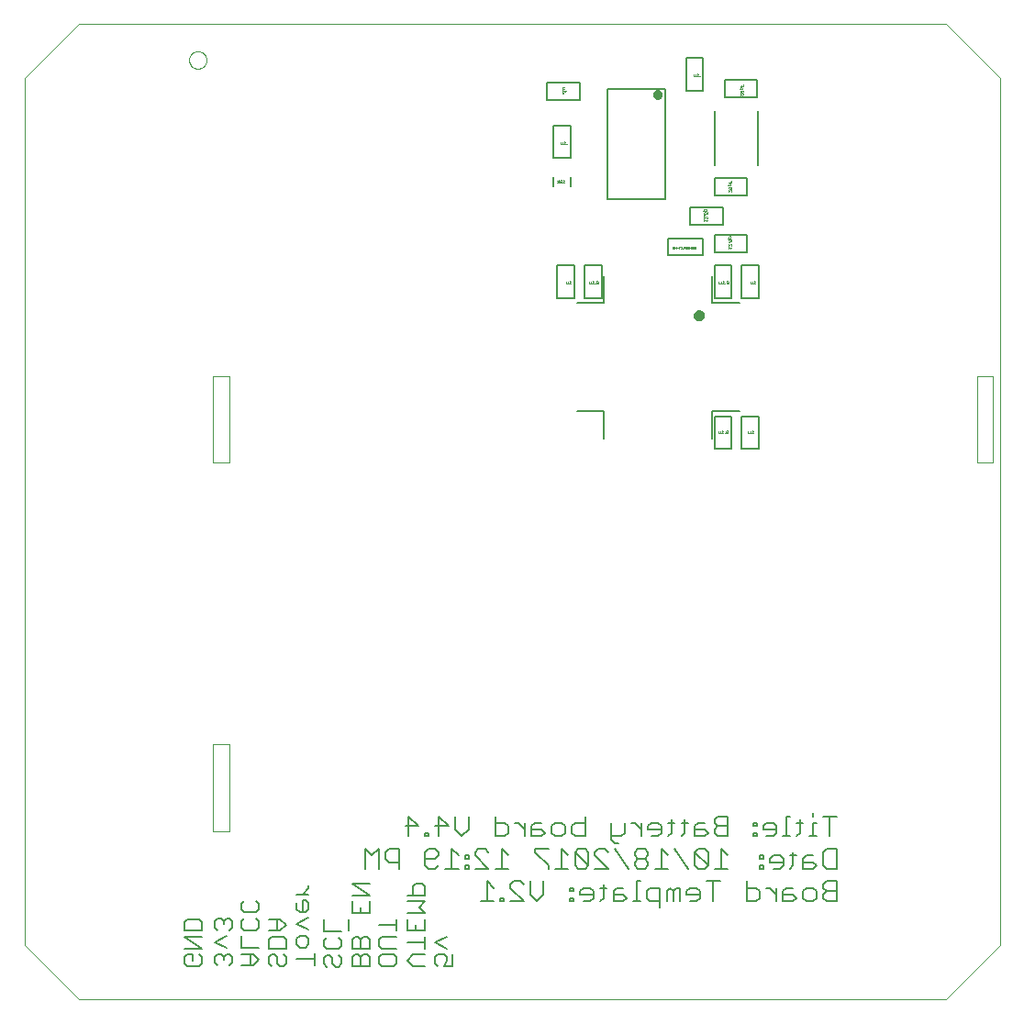
<source format=gbo>
G75*
%MOIN*%
%OFA0B0*%
%FSLAX25Y25*%
%IPPOS*%
%LPD*%
%AMOC8*
5,1,8,0,0,1.08239X$1,22.5*
%
%ADD10C,0.00000*%
%ADD11C,0.00600*%
%ADD12C,0.00500*%
%ADD13C,0.02000*%
%ADD14C,0.01969*%
%ADD15C,0.00100*%
%ADD16C,0.00394*%
D10*
X0039902Y0020348D02*
X0020217Y0040033D01*
X0020217Y0354994D01*
X0039902Y0374679D01*
X0354862Y0374679D01*
X0374547Y0354994D01*
X0374547Y0040033D01*
X0354862Y0020348D01*
X0039902Y0020348D01*
X0080059Y0361687D02*
X0080061Y0361799D01*
X0080067Y0361910D01*
X0080077Y0362022D01*
X0080091Y0362133D01*
X0080108Y0362243D01*
X0080130Y0362353D01*
X0080156Y0362462D01*
X0080185Y0362570D01*
X0080218Y0362676D01*
X0080255Y0362782D01*
X0080296Y0362886D01*
X0080341Y0362989D01*
X0080389Y0363090D01*
X0080440Y0363189D01*
X0080495Y0363286D01*
X0080554Y0363381D01*
X0080615Y0363475D01*
X0080680Y0363566D01*
X0080749Y0363654D01*
X0080820Y0363740D01*
X0080894Y0363824D01*
X0080972Y0363904D01*
X0081052Y0363982D01*
X0081135Y0364058D01*
X0081220Y0364130D01*
X0081308Y0364199D01*
X0081398Y0364265D01*
X0081491Y0364327D01*
X0081586Y0364387D01*
X0081683Y0364443D01*
X0081781Y0364495D01*
X0081882Y0364544D01*
X0081984Y0364589D01*
X0082088Y0364631D01*
X0082193Y0364669D01*
X0082300Y0364703D01*
X0082407Y0364733D01*
X0082516Y0364760D01*
X0082625Y0364782D01*
X0082736Y0364801D01*
X0082846Y0364816D01*
X0082958Y0364827D01*
X0083069Y0364834D01*
X0083181Y0364837D01*
X0083293Y0364836D01*
X0083405Y0364831D01*
X0083516Y0364822D01*
X0083627Y0364809D01*
X0083738Y0364792D01*
X0083848Y0364772D01*
X0083957Y0364747D01*
X0084065Y0364719D01*
X0084172Y0364686D01*
X0084278Y0364650D01*
X0084382Y0364610D01*
X0084485Y0364567D01*
X0084587Y0364520D01*
X0084686Y0364469D01*
X0084784Y0364415D01*
X0084880Y0364357D01*
X0084974Y0364296D01*
X0085065Y0364232D01*
X0085154Y0364165D01*
X0085241Y0364094D01*
X0085325Y0364020D01*
X0085407Y0363944D01*
X0085485Y0363864D01*
X0085561Y0363782D01*
X0085634Y0363697D01*
X0085704Y0363610D01*
X0085770Y0363520D01*
X0085834Y0363428D01*
X0085894Y0363334D01*
X0085951Y0363238D01*
X0086004Y0363139D01*
X0086054Y0363039D01*
X0086100Y0362938D01*
X0086143Y0362834D01*
X0086182Y0362729D01*
X0086217Y0362623D01*
X0086248Y0362516D01*
X0086276Y0362407D01*
X0086299Y0362298D01*
X0086319Y0362188D01*
X0086335Y0362077D01*
X0086347Y0361966D01*
X0086355Y0361855D01*
X0086359Y0361743D01*
X0086359Y0361631D01*
X0086355Y0361519D01*
X0086347Y0361408D01*
X0086335Y0361297D01*
X0086319Y0361186D01*
X0086299Y0361076D01*
X0086276Y0360967D01*
X0086248Y0360858D01*
X0086217Y0360751D01*
X0086182Y0360645D01*
X0086143Y0360540D01*
X0086100Y0360436D01*
X0086054Y0360335D01*
X0086004Y0360235D01*
X0085951Y0360136D01*
X0085894Y0360040D01*
X0085834Y0359946D01*
X0085770Y0359854D01*
X0085704Y0359764D01*
X0085634Y0359677D01*
X0085561Y0359592D01*
X0085485Y0359510D01*
X0085407Y0359430D01*
X0085325Y0359354D01*
X0085241Y0359280D01*
X0085154Y0359209D01*
X0085065Y0359142D01*
X0084974Y0359078D01*
X0084880Y0359017D01*
X0084784Y0358959D01*
X0084686Y0358905D01*
X0084587Y0358854D01*
X0084485Y0358807D01*
X0084382Y0358764D01*
X0084278Y0358724D01*
X0084172Y0358688D01*
X0084065Y0358655D01*
X0083957Y0358627D01*
X0083848Y0358602D01*
X0083738Y0358582D01*
X0083627Y0358565D01*
X0083516Y0358552D01*
X0083405Y0358543D01*
X0083293Y0358538D01*
X0083181Y0358537D01*
X0083069Y0358540D01*
X0082958Y0358547D01*
X0082846Y0358558D01*
X0082736Y0358573D01*
X0082625Y0358592D01*
X0082516Y0358614D01*
X0082407Y0358641D01*
X0082300Y0358671D01*
X0082193Y0358705D01*
X0082088Y0358743D01*
X0081984Y0358785D01*
X0081882Y0358830D01*
X0081781Y0358879D01*
X0081683Y0358931D01*
X0081586Y0358987D01*
X0081491Y0359047D01*
X0081398Y0359109D01*
X0081308Y0359175D01*
X0081220Y0359244D01*
X0081135Y0359316D01*
X0081052Y0359392D01*
X0080972Y0359470D01*
X0080894Y0359550D01*
X0080820Y0359634D01*
X0080749Y0359720D01*
X0080680Y0359808D01*
X0080615Y0359899D01*
X0080554Y0359993D01*
X0080495Y0360088D01*
X0080440Y0360185D01*
X0080389Y0360284D01*
X0080341Y0360385D01*
X0080296Y0360488D01*
X0080255Y0360592D01*
X0080218Y0360698D01*
X0080185Y0360804D01*
X0080156Y0360912D01*
X0080130Y0361021D01*
X0080108Y0361131D01*
X0080091Y0361241D01*
X0080077Y0361352D01*
X0080067Y0361464D01*
X0080061Y0361575D01*
X0080059Y0361687D01*
D11*
X0159803Y0086984D02*
X0163443Y0083343D01*
X0158589Y0083343D01*
X0159803Y0079703D02*
X0159803Y0086984D01*
X0165855Y0080917D02*
X0165855Y0079703D01*
X0167068Y0079703D01*
X0167068Y0080917D01*
X0165855Y0080917D01*
X0169465Y0083343D02*
X0174318Y0083343D01*
X0170678Y0086984D01*
X0170678Y0079703D01*
X0169480Y0075173D02*
X0167053Y0075173D01*
X0165840Y0073959D01*
X0165840Y0069106D01*
X0167053Y0067892D01*
X0169480Y0067892D01*
X0170693Y0069106D01*
X0173090Y0067892D02*
X0177943Y0067892D01*
X0180355Y0067892D02*
X0181568Y0067892D01*
X0181568Y0069106D01*
X0180355Y0069106D01*
X0180355Y0067892D01*
X0183965Y0067892D02*
X0188819Y0067892D01*
X0183965Y0072746D01*
X0183965Y0073959D01*
X0185179Y0075173D01*
X0187605Y0075173D01*
X0188819Y0073959D01*
X0193642Y0075173D02*
X0193642Y0067892D01*
X0191216Y0067892D02*
X0196069Y0067892D01*
X0196069Y0072746D02*
X0193642Y0075173D01*
X0194856Y0079703D02*
X0191216Y0079703D01*
X0191216Y0086984D01*
X0191216Y0084557D02*
X0194856Y0084557D01*
X0196069Y0083343D01*
X0196069Y0080917D01*
X0194856Y0079703D01*
X0198471Y0084557D02*
X0199684Y0084557D01*
X0202111Y0082130D01*
X0204508Y0082130D02*
X0208148Y0082130D01*
X0209361Y0080917D01*
X0208148Y0079703D01*
X0204508Y0079703D01*
X0204508Y0083343D01*
X0205721Y0084557D01*
X0208148Y0084557D01*
X0211758Y0083343D02*
X0212971Y0084557D01*
X0215398Y0084557D01*
X0216612Y0083343D01*
X0216612Y0080917D01*
X0215398Y0079703D01*
X0212971Y0079703D01*
X0211758Y0080917D01*
X0211758Y0083343D01*
X0219008Y0083343D02*
X0220222Y0084557D01*
X0223862Y0084557D01*
X0223862Y0086984D02*
X0223862Y0079703D01*
X0220222Y0079703D01*
X0219008Y0080917D01*
X0219008Y0083343D01*
X0221430Y0075173D02*
X0220217Y0073959D01*
X0225070Y0069106D01*
X0223857Y0067892D01*
X0221430Y0067892D01*
X0220217Y0069106D01*
X0220217Y0073959D01*
X0221430Y0075173D02*
X0223857Y0075173D01*
X0225070Y0073959D01*
X0225070Y0069106D01*
X0227467Y0067892D02*
X0232320Y0067892D01*
X0227467Y0072746D01*
X0227467Y0073959D01*
X0228680Y0075173D01*
X0231107Y0075173D01*
X0232320Y0073959D01*
X0234717Y0075173D02*
X0239571Y0067892D01*
X0241968Y0069106D02*
X0241968Y0070319D01*
X0243181Y0071532D01*
X0245608Y0071532D01*
X0246821Y0072746D01*
X0246821Y0073959D01*
X0245608Y0075173D01*
X0243181Y0075173D01*
X0241968Y0073959D01*
X0241968Y0072746D01*
X0243181Y0071532D01*
X0245608Y0071532D02*
X0246821Y0070319D01*
X0246821Y0069106D01*
X0245608Y0067892D01*
X0243181Y0067892D01*
X0241968Y0069106D01*
X0242684Y0063362D02*
X0242684Y0056081D01*
X0241471Y0056081D02*
X0243898Y0056081D01*
X0246295Y0057295D02*
X0246295Y0059721D01*
X0247508Y0060935D01*
X0251148Y0060935D01*
X0251148Y0053655D01*
X0251148Y0056081D02*
X0247508Y0056081D01*
X0246295Y0057295D01*
X0243898Y0063362D02*
X0242684Y0063362D01*
X0237851Y0060935D02*
X0235424Y0060935D01*
X0234211Y0059721D01*
X0234211Y0056081D01*
X0237851Y0056081D01*
X0239064Y0057295D01*
X0237851Y0058508D01*
X0234211Y0058508D01*
X0231814Y0060935D02*
X0229387Y0060935D01*
X0230601Y0062148D02*
X0230601Y0057295D01*
X0229387Y0056081D01*
X0226980Y0057295D02*
X0226980Y0059721D01*
X0225767Y0060935D01*
X0223340Y0060935D01*
X0222127Y0059721D01*
X0222127Y0058508D01*
X0226980Y0058508D01*
X0226980Y0057295D02*
X0225767Y0056081D01*
X0223340Y0056081D01*
X0219730Y0056081D02*
X0219730Y0057295D01*
X0218517Y0057295D01*
X0218517Y0056081D01*
X0219730Y0056081D01*
X0219730Y0059721D02*
X0219730Y0060935D01*
X0218517Y0060935D01*
X0218517Y0059721D01*
X0219730Y0059721D01*
X0217820Y0067892D02*
X0212966Y0067892D01*
X0210570Y0067892D02*
X0210570Y0069106D01*
X0205716Y0073959D01*
X0205716Y0075173D01*
X0210570Y0075173D01*
X0215393Y0075173D02*
X0215393Y0067892D01*
X0217820Y0072746D02*
X0215393Y0075173D01*
X0208855Y0063362D02*
X0208855Y0058508D01*
X0206428Y0056081D01*
X0204001Y0058508D01*
X0204001Y0063362D01*
X0201604Y0062148D02*
X0200391Y0063362D01*
X0197964Y0063362D01*
X0196751Y0062148D01*
X0196751Y0060935D01*
X0201604Y0056081D01*
X0196751Y0056081D01*
X0194354Y0056081D02*
X0193141Y0056081D01*
X0193141Y0057295D01*
X0194354Y0057295D01*
X0194354Y0056081D01*
X0190729Y0056081D02*
X0185876Y0056081D01*
X0188302Y0056081D02*
X0188302Y0063362D01*
X0190729Y0060935D01*
X0181568Y0071532D02*
X0180355Y0071532D01*
X0180355Y0072746D01*
X0181568Y0072746D01*
X0181568Y0071532D01*
X0177943Y0072746D02*
X0175517Y0075173D01*
X0175517Y0067892D01*
X0170693Y0072746D02*
X0169480Y0071532D01*
X0165840Y0071532D01*
X0170693Y0072746D02*
X0170693Y0073959D01*
X0169480Y0075173D01*
X0176715Y0082130D02*
X0176715Y0086984D01*
X0176715Y0082130D02*
X0179142Y0079703D01*
X0181568Y0082130D01*
X0181568Y0086984D01*
X0202111Y0084557D02*
X0202111Y0079703D01*
X0233509Y0079703D02*
X0237149Y0079703D01*
X0238362Y0080917D01*
X0238362Y0084557D01*
X0240764Y0084557D02*
X0241978Y0084557D01*
X0244404Y0082130D01*
X0246801Y0082130D02*
X0251655Y0082130D01*
X0251655Y0080917D02*
X0251655Y0083343D01*
X0250441Y0084557D01*
X0248014Y0084557D01*
X0246801Y0083343D01*
X0246801Y0082130D01*
X0248014Y0079703D02*
X0250441Y0079703D01*
X0251655Y0080917D01*
X0254061Y0079703D02*
X0255275Y0080917D01*
X0255275Y0085770D01*
X0256488Y0084557D02*
X0254061Y0084557D01*
X0258895Y0084557D02*
X0261322Y0084557D01*
X0260108Y0085770D02*
X0260108Y0080917D01*
X0258895Y0079703D01*
X0256468Y0075173D02*
X0261322Y0067892D01*
X0263718Y0069106D02*
X0264932Y0067892D01*
X0267359Y0067892D01*
X0268572Y0069106D01*
X0263718Y0073959D01*
X0263718Y0069106D01*
X0268572Y0069106D02*
X0268572Y0073959D01*
X0267359Y0075173D01*
X0264932Y0075173D01*
X0263718Y0073959D01*
X0263718Y0079703D02*
X0267359Y0079703D01*
X0268572Y0080917D01*
X0267359Y0082130D01*
X0263718Y0082130D01*
X0263718Y0083343D02*
X0263718Y0079703D01*
X0263718Y0083343D02*
X0264932Y0084557D01*
X0267359Y0084557D01*
X0270969Y0084557D02*
X0270969Y0085770D01*
X0272182Y0086984D01*
X0275822Y0086984D01*
X0275822Y0079703D01*
X0272182Y0079703D01*
X0270969Y0080917D01*
X0270969Y0082130D01*
X0272182Y0083343D01*
X0275822Y0083343D01*
X0272182Y0083343D02*
X0270969Y0084557D01*
X0273395Y0075173D02*
X0273395Y0067892D01*
X0270969Y0067892D02*
X0275822Y0067892D01*
X0275822Y0072746D02*
X0273395Y0075173D01*
X0272899Y0063362D02*
X0268045Y0063362D01*
X0270472Y0063362D02*
X0270472Y0056081D01*
X0265649Y0057295D02*
X0265649Y0059721D01*
X0264435Y0060935D01*
X0262009Y0060935D01*
X0260795Y0059721D01*
X0260795Y0058508D01*
X0265649Y0058508D01*
X0265649Y0057295D02*
X0264435Y0056081D01*
X0262009Y0056081D01*
X0258398Y0056081D02*
X0258398Y0060935D01*
X0257185Y0060935D01*
X0255972Y0059721D01*
X0254758Y0060935D01*
X0253545Y0059721D01*
X0253545Y0056081D01*
X0255972Y0056081D02*
X0255972Y0059721D01*
X0254071Y0067892D02*
X0249218Y0067892D01*
X0251645Y0067892D02*
X0251645Y0075173D01*
X0254071Y0072746D01*
X0244404Y0079703D02*
X0244404Y0084557D01*
X0233509Y0084557D02*
X0233509Y0078490D01*
X0234722Y0077277D01*
X0235936Y0077277D01*
X0282546Y0063362D02*
X0282546Y0056081D01*
X0286186Y0056081D01*
X0287399Y0057295D01*
X0287399Y0059721D01*
X0286186Y0060935D01*
X0282546Y0060935D01*
X0289801Y0060935D02*
X0291015Y0060935D01*
X0293441Y0058508D01*
X0295838Y0058508D02*
X0299478Y0058508D01*
X0300692Y0057295D01*
X0299478Y0056081D01*
X0295838Y0056081D01*
X0295838Y0059721D01*
X0297052Y0060935D01*
X0299478Y0060935D01*
X0303088Y0059721D02*
X0303088Y0057295D01*
X0304302Y0056081D01*
X0306729Y0056081D01*
X0307942Y0057295D01*
X0307942Y0059721D01*
X0306729Y0060935D01*
X0304302Y0060935D01*
X0303088Y0059721D01*
X0310339Y0058508D02*
X0310339Y0057295D01*
X0311552Y0056081D01*
X0315192Y0056081D01*
X0315192Y0063362D01*
X0311552Y0063362D01*
X0310339Y0062148D01*
X0310339Y0060935D01*
X0311552Y0059721D01*
X0315192Y0059721D01*
X0311552Y0059721D02*
X0310339Y0058508D01*
X0311552Y0067892D02*
X0310339Y0069106D01*
X0310339Y0073959D01*
X0311552Y0075173D01*
X0315192Y0075173D01*
X0315192Y0067892D01*
X0311552Y0067892D01*
X0307942Y0069106D02*
X0306729Y0070319D01*
X0303088Y0070319D01*
X0303088Y0071532D02*
X0303088Y0067892D01*
X0306729Y0067892D01*
X0307942Y0069106D01*
X0306729Y0072746D02*
X0304302Y0072746D01*
X0303088Y0071532D01*
X0300692Y0072746D02*
X0298265Y0072746D01*
X0299478Y0073959D02*
X0299478Y0069106D01*
X0298265Y0067892D01*
X0295858Y0069106D02*
X0295858Y0071532D01*
X0294645Y0072746D01*
X0292218Y0072746D01*
X0291005Y0071532D01*
X0291005Y0070319D01*
X0295858Y0070319D01*
X0295858Y0069106D02*
X0294645Y0067892D01*
X0292218Y0067892D01*
X0288608Y0067892D02*
X0288608Y0069106D01*
X0287395Y0069106D01*
X0287395Y0067892D01*
X0288608Y0067892D01*
X0288608Y0071532D02*
X0288608Y0072746D01*
X0287395Y0072746D01*
X0287395Y0071532D01*
X0288608Y0071532D01*
X0289801Y0079703D02*
X0292228Y0079703D01*
X0293441Y0080917D01*
X0293441Y0083343D01*
X0292228Y0084557D01*
X0289801Y0084557D01*
X0288588Y0083343D01*
X0288588Y0082130D01*
X0293441Y0082130D01*
X0295848Y0079703D02*
X0298275Y0079703D01*
X0297062Y0079703D02*
X0297062Y0086984D01*
X0298275Y0086984D01*
X0300682Y0084557D02*
X0303108Y0084557D01*
X0301895Y0085770D02*
X0301895Y0080917D01*
X0300682Y0079703D01*
X0305515Y0079703D02*
X0307942Y0079703D01*
X0306729Y0079703D02*
X0306729Y0084557D01*
X0307942Y0084557D01*
X0306729Y0086984D02*
X0306729Y0088197D01*
X0310339Y0086984D02*
X0315192Y0086984D01*
X0312766Y0086984D02*
X0312766Y0079703D01*
X0293441Y0060935D02*
X0293441Y0056081D01*
X0286191Y0079703D02*
X0284978Y0079703D01*
X0284978Y0080917D01*
X0286191Y0080917D01*
X0286191Y0079703D01*
X0286191Y0083343D02*
X0284978Y0083343D01*
X0284978Y0084557D01*
X0286191Y0084557D01*
X0286191Y0083343D01*
X0173606Y0043175D02*
X0169336Y0041040D01*
X0173606Y0038905D01*
X0172538Y0036730D02*
X0170403Y0036730D01*
X0169336Y0035662D01*
X0169336Y0033527D01*
X0170403Y0032459D01*
X0172538Y0032459D02*
X0173606Y0034594D01*
X0173606Y0035662D01*
X0172538Y0036730D01*
X0175741Y0036730D02*
X0175741Y0032459D01*
X0172538Y0032459D01*
X0165702Y0032459D02*
X0161431Y0032459D01*
X0159296Y0034594D01*
X0161431Y0036730D01*
X0165702Y0036730D01*
X0165702Y0038905D02*
X0165702Y0043175D01*
X0165702Y0041040D02*
X0159296Y0041040D01*
X0159296Y0045350D02*
X0159296Y0049621D01*
X0159296Y0051796D02*
X0165702Y0051796D01*
X0163566Y0053931D01*
X0165702Y0056066D01*
X0159296Y0056066D01*
X0159296Y0058241D02*
X0165702Y0058241D01*
X0165702Y0061444D01*
X0164634Y0062512D01*
X0162499Y0062512D01*
X0161431Y0061444D01*
X0161431Y0058241D01*
X0156192Y0067892D02*
X0156192Y0075173D01*
X0152552Y0075173D01*
X0151339Y0073959D01*
X0151339Y0071532D01*
X0152552Y0070319D01*
X0156192Y0070319D01*
X0148942Y0067892D02*
X0148942Y0075173D01*
X0146515Y0072746D01*
X0144089Y0075173D01*
X0144089Y0067892D01*
X0145623Y0062512D02*
X0139217Y0062512D01*
X0145623Y0058241D01*
X0139217Y0058241D01*
X0139217Y0056066D02*
X0139217Y0051796D01*
X0145623Y0051796D01*
X0145623Y0056066D01*
X0142420Y0053931D02*
X0142420Y0051796D01*
X0138150Y0049621D02*
X0138150Y0045350D01*
X0135387Y0045153D02*
X0128981Y0045153D01*
X0128981Y0049424D01*
X0130049Y0042978D02*
X0128981Y0041911D01*
X0128981Y0039775D01*
X0130049Y0038708D01*
X0134319Y0038708D01*
X0135387Y0039775D01*
X0135387Y0041911D01*
X0134319Y0042978D01*
X0139217Y0042107D02*
X0139217Y0038905D01*
X0145623Y0038905D01*
X0145623Y0042107D01*
X0144555Y0043175D01*
X0143488Y0043175D01*
X0142420Y0042107D01*
X0142420Y0038905D01*
X0141353Y0036730D02*
X0140285Y0036730D01*
X0139217Y0035662D01*
X0139217Y0032459D01*
X0145623Y0032459D01*
X0145623Y0035662D01*
X0144555Y0036730D01*
X0143488Y0036730D01*
X0142420Y0035662D01*
X0142420Y0032459D01*
X0142420Y0035662D02*
X0141353Y0036730D01*
X0142420Y0042107D02*
X0141353Y0043175D01*
X0140285Y0043175D01*
X0139217Y0042107D01*
X0134319Y0036533D02*
X0135387Y0035465D01*
X0135387Y0033330D01*
X0134319Y0032262D01*
X0133252Y0032262D01*
X0132184Y0033330D01*
X0132184Y0035465D01*
X0131116Y0036533D01*
X0130049Y0036533D01*
X0128981Y0035465D01*
X0128981Y0033330D01*
X0130049Y0032262D01*
X0125544Y0032853D02*
X0125544Y0037123D01*
X0125544Y0034988D02*
X0119139Y0034988D01*
X0115308Y0035662D02*
X0115308Y0033527D01*
X0114240Y0032459D01*
X0113173Y0032459D01*
X0112105Y0033527D01*
X0112105Y0035662D01*
X0111038Y0036730D01*
X0109970Y0036730D01*
X0108902Y0035662D01*
X0108902Y0033527D01*
X0109970Y0032459D01*
X0105465Y0034791D02*
X0103330Y0036926D01*
X0099060Y0036926D01*
X0099060Y0039102D02*
X0099060Y0043372D01*
X0100128Y0045547D02*
X0099060Y0046615D01*
X0099060Y0048750D01*
X0100128Y0049817D01*
X0100128Y0051993D02*
X0099060Y0053060D01*
X0099060Y0055195D01*
X0100128Y0056263D01*
X0104398Y0056263D02*
X0105465Y0055195D01*
X0105465Y0053060D01*
X0104398Y0051993D01*
X0100128Y0051993D01*
X0104398Y0049817D02*
X0105465Y0048750D01*
X0105465Y0046615D01*
X0104398Y0045547D01*
X0100128Y0045547D01*
X0095820Y0046615D02*
X0095820Y0048750D01*
X0094752Y0049817D01*
X0093685Y0049817D01*
X0092617Y0048750D01*
X0091549Y0049817D01*
X0090482Y0049817D01*
X0089414Y0048750D01*
X0089414Y0046615D01*
X0090482Y0045547D01*
X0092617Y0047682D02*
X0092617Y0048750D01*
X0094752Y0045547D02*
X0095820Y0046615D01*
X0093685Y0043372D02*
X0089414Y0041237D01*
X0093685Y0039102D01*
X0093685Y0036926D02*
X0092617Y0035859D01*
X0091549Y0036926D01*
X0090482Y0036926D01*
X0089414Y0035859D01*
X0089414Y0033724D01*
X0090482Y0032656D01*
X0092617Y0034791D02*
X0092617Y0035859D01*
X0093685Y0036926D02*
X0094752Y0036926D01*
X0095820Y0035859D01*
X0095820Y0033724D01*
X0094752Y0032656D01*
X0099060Y0032656D02*
X0103330Y0032656D01*
X0105465Y0034791D01*
X0102263Y0032656D02*
X0102263Y0036926D01*
X0105465Y0039102D02*
X0099060Y0039102D01*
X0108902Y0038905D02*
X0108902Y0042107D01*
X0109970Y0043175D01*
X0114240Y0043175D01*
X0115308Y0042107D01*
X0115308Y0038905D01*
X0108902Y0038905D01*
X0108902Y0045350D02*
X0113173Y0045350D01*
X0115308Y0047485D01*
X0113173Y0049621D01*
X0108902Y0049621D01*
X0112105Y0049621D02*
X0112105Y0045350D01*
X0119139Y0047879D02*
X0123409Y0050014D01*
X0122341Y0052189D02*
X0120206Y0052189D01*
X0119139Y0053257D01*
X0119139Y0055392D01*
X0121274Y0056460D02*
X0121274Y0052189D01*
X0122341Y0052189D02*
X0123409Y0053257D01*
X0123409Y0055392D01*
X0122341Y0056460D01*
X0121274Y0056460D01*
X0121274Y0058635D02*
X0123409Y0060770D01*
X0123409Y0061838D01*
X0123409Y0058635D02*
X0119139Y0058635D01*
X0119139Y0047879D02*
X0123409Y0045744D01*
X0122341Y0043569D02*
X0123409Y0042501D01*
X0123409Y0040366D01*
X0122341Y0039298D01*
X0120206Y0039298D01*
X0119139Y0040366D01*
X0119139Y0042501D01*
X0120206Y0043569D01*
X0122341Y0043569D01*
X0115308Y0035662D02*
X0114240Y0036730D01*
X0084599Y0035662D02*
X0084599Y0033527D01*
X0083532Y0032459D01*
X0079261Y0032459D01*
X0078194Y0033527D01*
X0078194Y0035662D01*
X0079261Y0036730D01*
X0081397Y0036730D01*
X0081397Y0034594D01*
X0083532Y0036730D02*
X0084599Y0035662D01*
X0084599Y0038905D02*
X0078194Y0043175D01*
X0084599Y0043175D01*
X0084599Y0045350D02*
X0084599Y0048553D01*
X0083532Y0049621D01*
X0079261Y0049621D01*
X0078194Y0048553D01*
X0078194Y0045350D01*
X0084599Y0045350D01*
X0084599Y0038905D02*
X0078194Y0038905D01*
X0149060Y0039972D02*
X0149060Y0042107D01*
X0150128Y0043175D01*
X0155465Y0043175D01*
X0155465Y0045350D02*
X0155465Y0049621D01*
X0155465Y0047485D02*
X0149060Y0047485D01*
X0149060Y0039972D02*
X0150128Y0038905D01*
X0155465Y0038905D01*
X0154398Y0036730D02*
X0155465Y0035662D01*
X0155465Y0033527D01*
X0154398Y0032459D01*
X0150128Y0032459D01*
X0149060Y0033527D01*
X0149060Y0035662D01*
X0150128Y0036730D01*
X0154398Y0036730D01*
X0159296Y0045350D02*
X0165702Y0045350D01*
X0165702Y0049621D01*
X0162499Y0047485D02*
X0162499Y0045350D01*
D12*
X0270862Y0220348D02*
X0277161Y0220348D01*
X0277161Y0232159D01*
X0270862Y0232159D01*
X0270862Y0220348D01*
X0270074Y0224206D02*
X0270074Y0234049D01*
X0279917Y0234049D01*
X0280704Y0232159D02*
X0287003Y0232159D01*
X0287003Y0220348D01*
X0280704Y0220348D01*
X0280704Y0232159D01*
X0279917Y0273419D02*
X0270074Y0273419D01*
X0270074Y0283262D01*
X0270862Y0287120D02*
X0270862Y0275309D01*
X0277161Y0275309D01*
X0277161Y0287120D01*
X0270862Y0287120D01*
X0270980Y0291923D02*
X0270980Y0298222D01*
X0282791Y0298222D01*
X0282791Y0291923D01*
X0270980Y0291923D01*
X0266688Y0290781D02*
X0266688Y0296687D01*
X0254090Y0296687D01*
X0254090Y0290781D01*
X0266688Y0290781D01*
X0262122Y0301765D02*
X0262122Y0308065D01*
X0273933Y0308065D01*
X0273933Y0301765D01*
X0262122Y0301765D01*
X0252948Y0311155D02*
X0252948Y0351313D01*
X0232082Y0351313D01*
X0232082Y0311155D01*
X0252948Y0311155D01*
X0270980Y0312592D02*
X0270980Y0318891D01*
X0282791Y0318891D01*
X0282791Y0312592D01*
X0270980Y0312592D01*
X0270980Y0323537D02*
X0270980Y0343222D01*
X0274582Y0348025D02*
X0286393Y0348025D01*
X0286393Y0354325D01*
X0274582Y0354325D01*
X0274582Y0348025D01*
X0266826Y0350604D02*
X0260527Y0350604D01*
X0260527Y0362415D01*
X0266826Y0362415D01*
X0266826Y0350604D01*
X0286728Y0343222D02*
X0286728Y0323537D01*
X0287003Y0287120D02*
X0280704Y0287120D01*
X0280704Y0275309D01*
X0287003Y0275309D01*
X0287003Y0287120D01*
X0230704Y0283262D02*
X0230704Y0273419D01*
X0220862Y0273419D01*
X0220074Y0275309D02*
X0213775Y0275309D01*
X0213775Y0287120D01*
X0220074Y0287120D01*
X0220074Y0275309D01*
X0223618Y0275309D02*
X0229917Y0275309D01*
X0229917Y0287120D01*
X0223618Y0287120D01*
X0223618Y0275309D01*
X0218598Y0315821D02*
X0218598Y0319265D01*
X0212299Y0319265D02*
X0212299Y0315821D01*
X0212299Y0325998D02*
X0218598Y0325998D01*
X0218598Y0337809D01*
X0212299Y0337809D01*
X0212299Y0325998D01*
X0210114Y0347041D02*
X0221925Y0347041D01*
X0221925Y0353340D01*
X0210114Y0353340D01*
X0210114Y0347041D01*
X0220862Y0234049D02*
X0230704Y0234049D01*
X0230704Y0224206D01*
D13*
X0264389Y0268734D02*
X0264391Y0268797D01*
X0264397Y0268859D01*
X0264407Y0268921D01*
X0264420Y0268983D01*
X0264438Y0269043D01*
X0264459Y0269102D01*
X0264484Y0269160D01*
X0264513Y0269216D01*
X0264545Y0269270D01*
X0264580Y0269322D01*
X0264618Y0269371D01*
X0264660Y0269419D01*
X0264704Y0269463D01*
X0264752Y0269505D01*
X0264801Y0269543D01*
X0264853Y0269578D01*
X0264907Y0269610D01*
X0264963Y0269639D01*
X0265021Y0269664D01*
X0265080Y0269685D01*
X0265140Y0269703D01*
X0265202Y0269716D01*
X0265264Y0269726D01*
X0265326Y0269732D01*
X0265389Y0269734D01*
X0265452Y0269732D01*
X0265514Y0269726D01*
X0265576Y0269716D01*
X0265638Y0269703D01*
X0265698Y0269685D01*
X0265757Y0269664D01*
X0265815Y0269639D01*
X0265871Y0269610D01*
X0265925Y0269578D01*
X0265977Y0269543D01*
X0266026Y0269505D01*
X0266074Y0269463D01*
X0266118Y0269419D01*
X0266160Y0269371D01*
X0266198Y0269322D01*
X0266233Y0269270D01*
X0266265Y0269216D01*
X0266294Y0269160D01*
X0266319Y0269102D01*
X0266340Y0269043D01*
X0266358Y0268983D01*
X0266371Y0268921D01*
X0266381Y0268859D01*
X0266387Y0268797D01*
X0266389Y0268734D01*
X0266387Y0268671D01*
X0266381Y0268609D01*
X0266371Y0268547D01*
X0266358Y0268485D01*
X0266340Y0268425D01*
X0266319Y0268366D01*
X0266294Y0268308D01*
X0266265Y0268252D01*
X0266233Y0268198D01*
X0266198Y0268146D01*
X0266160Y0268097D01*
X0266118Y0268049D01*
X0266074Y0268005D01*
X0266026Y0267963D01*
X0265977Y0267925D01*
X0265925Y0267890D01*
X0265871Y0267858D01*
X0265815Y0267829D01*
X0265757Y0267804D01*
X0265698Y0267783D01*
X0265638Y0267765D01*
X0265576Y0267752D01*
X0265514Y0267742D01*
X0265452Y0267736D01*
X0265389Y0267734D01*
X0265326Y0267736D01*
X0265264Y0267742D01*
X0265202Y0267752D01*
X0265140Y0267765D01*
X0265080Y0267783D01*
X0265021Y0267804D01*
X0264963Y0267829D01*
X0264907Y0267858D01*
X0264853Y0267890D01*
X0264801Y0267925D01*
X0264752Y0267963D01*
X0264704Y0268005D01*
X0264660Y0268049D01*
X0264618Y0268097D01*
X0264580Y0268146D01*
X0264545Y0268198D01*
X0264513Y0268252D01*
X0264484Y0268308D01*
X0264459Y0268366D01*
X0264438Y0268425D01*
X0264420Y0268485D01*
X0264407Y0268547D01*
X0264397Y0268609D01*
X0264391Y0268671D01*
X0264389Y0268734D01*
D14*
X0249602Y0348951D02*
X0249604Y0349007D01*
X0249610Y0349062D01*
X0249620Y0349116D01*
X0249633Y0349170D01*
X0249651Y0349223D01*
X0249672Y0349274D01*
X0249696Y0349324D01*
X0249724Y0349372D01*
X0249756Y0349418D01*
X0249790Y0349462D01*
X0249828Y0349503D01*
X0249868Y0349541D01*
X0249911Y0349576D01*
X0249956Y0349608D01*
X0250004Y0349637D01*
X0250053Y0349663D01*
X0250104Y0349685D01*
X0250156Y0349703D01*
X0250210Y0349717D01*
X0250265Y0349728D01*
X0250320Y0349735D01*
X0250375Y0349738D01*
X0250431Y0349737D01*
X0250486Y0349732D01*
X0250541Y0349723D01*
X0250595Y0349711D01*
X0250648Y0349694D01*
X0250700Y0349674D01*
X0250750Y0349650D01*
X0250798Y0349623D01*
X0250845Y0349593D01*
X0250889Y0349559D01*
X0250931Y0349522D01*
X0250969Y0349482D01*
X0251006Y0349440D01*
X0251039Y0349395D01*
X0251068Y0349349D01*
X0251095Y0349300D01*
X0251117Y0349249D01*
X0251137Y0349197D01*
X0251152Y0349143D01*
X0251164Y0349089D01*
X0251172Y0349034D01*
X0251176Y0348979D01*
X0251176Y0348923D01*
X0251172Y0348868D01*
X0251164Y0348813D01*
X0251152Y0348759D01*
X0251137Y0348705D01*
X0251117Y0348653D01*
X0251095Y0348602D01*
X0251068Y0348553D01*
X0251039Y0348507D01*
X0251006Y0348462D01*
X0250969Y0348420D01*
X0250931Y0348380D01*
X0250889Y0348343D01*
X0250845Y0348309D01*
X0250798Y0348279D01*
X0250750Y0348252D01*
X0250700Y0348228D01*
X0250648Y0348208D01*
X0250595Y0348191D01*
X0250541Y0348179D01*
X0250486Y0348170D01*
X0250431Y0348165D01*
X0250375Y0348164D01*
X0250320Y0348167D01*
X0250265Y0348174D01*
X0250210Y0348185D01*
X0250156Y0348199D01*
X0250104Y0348217D01*
X0250053Y0348239D01*
X0250004Y0348265D01*
X0249956Y0348294D01*
X0249911Y0348326D01*
X0249868Y0348361D01*
X0249828Y0348399D01*
X0249790Y0348440D01*
X0249756Y0348484D01*
X0249724Y0348530D01*
X0249696Y0348578D01*
X0249672Y0348628D01*
X0249651Y0348679D01*
X0249633Y0348732D01*
X0249620Y0348786D01*
X0249610Y0348840D01*
X0249604Y0348895D01*
X0249602Y0348951D01*
D15*
X0263243Y0355654D02*
X0263243Y0356375D01*
X0263964Y0356375D02*
X0263964Y0355834D01*
X0263784Y0355654D01*
X0263243Y0355654D01*
X0264330Y0355654D02*
X0265051Y0355654D01*
X0264691Y0355654D02*
X0264691Y0356736D01*
X0265051Y0356375D01*
X0265415Y0355834D02*
X0265415Y0355654D01*
X0265595Y0355654D01*
X0265595Y0355834D01*
X0265415Y0355834D01*
X0279901Y0351018D02*
X0280983Y0351018D01*
X0280983Y0351559D01*
X0280803Y0351740D01*
X0280442Y0351740D01*
X0280262Y0351559D01*
X0280262Y0351018D01*
X0280442Y0350652D02*
X0280262Y0350472D01*
X0280262Y0350111D01*
X0280442Y0349931D01*
X0281164Y0350652D01*
X0280442Y0350652D01*
X0280442Y0349931D02*
X0281164Y0349931D01*
X0281344Y0350111D01*
X0281344Y0350472D01*
X0281164Y0350652D01*
X0281164Y0349565D02*
X0281344Y0349384D01*
X0281344Y0349024D01*
X0281164Y0348843D01*
X0281164Y0349565D02*
X0280983Y0349565D01*
X0280262Y0348843D01*
X0280262Y0349565D01*
X0280262Y0352106D02*
X0281344Y0352106D01*
X0281344Y0352827D01*
X0280803Y0352467D02*
X0280803Y0352106D01*
X0277112Y0317807D02*
X0277112Y0317086D01*
X0276030Y0317086D01*
X0276210Y0316720D02*
X0276030Y0316539D01*
X0276030Y0315998D01*
X0275669Y0315998D02*
X0276751Y0315998D01*
X0276751Y0316539D01*
X0276571Y0316720D01*
X0276210Y0316720D01*
X0276571Y0317086D02*
X0276571Y0317447D01*
X0276932Y0315632D02*
X0276210Y0314911D01*
X0276030Y0315091D01*
X0276030Y0315452D01*
X0276210Y0315632D01*
X0276932Y0315632D01*
X0277112Y0315452D01*
X0277112Y0315091D01*
X0276932Y0314911D01*
X0276210Y0314911D01*
X0276030Y0314545D02*
X0276030Y0313823D01*
X0276751Y0314545D01*
X0276932Y0314545D01*
X0277112Y0314364D01*
X0277112Y0314004D01*
X0276932Y0313823D01*
X0267893Y0307344D02*
X0267713Y0307524D01*
X0267352Y0307524D01*
X0267172Y0307344D01*
X0267172Y0306803D01*
X0266811Y0306803D02*
X0267893Y0306803D01*
X0267893Y0307344D01*
X0267713Y0306437D02*
X0267352Y0306437D01*
X0267172Y0306256D01*
X0267172Y0305896D01*
X0267352Y0305715D01*
X0267713Y0305715D02*
X0267893Y0306076D01*
X0267893Y0306256D01*
X0267713Y0306437D01*
X0268254Y0306437D02*
X0268254Y0305715D01*
X0267713Y0305715D01*
X0267352Y0305352D02*
X0267172Y0305352D01*
X0267172Y0305172D01*
X0267352Y0305172D01*
X0267352Y0305352D01*
X0267172Y0304805D02*
X0267172Y0304084D01*
X0267893Y0304805D01*
X0268073Y0304805D01*
X0268254Y0304625D01*
X0268254Y0304264D01*
X0268073Y0304084D01*
X0268254Y0303357D02*
X0267172Y0303357D01*
X0267172Y0302997D02*
X0267172Y0303718D01*
X0267893Y0302997D02*
X0268254Y0303357D01*
X0276030Y0297501D02*
X0276030Y0296960D01*
X0275669Y0296960D02*
X0276751Y0296960D01*
X0276751Y0297501D01*
X0276571Y0297682D01*
X0276210Y0297682D01*
X0276030Y0297501D01*
X0276210Y0296594D02*
X0276030Y0296414D01*
X0276030Y0296053D01*
X0276210Y0295873D01*
X0276571Y0295873D02*
X0276751Y0296234D01*
X0276751Y0296414D01*
X0276571Y0296594D01*
X0276210Y0296594D01*
X0276571Y0295873D02*
X0277112Y0295873D01*
X0277112Y0296594D01*
X0276210Y0295509D02*
X0276030Y0295509D01*
X0276030Y0295329D01*
X0276210Y0295329D01*
X0276210Y0295509D01*
X0276030Y0294963D02*
X0276030Y0294242D01*
X0276751Y0294963D01*
X0276932Y0294963D01*
X0277112Y0294783D01*
X0277112Y0294422D01*
X0276932Y0294242D01*
X0277112Y0293515D02*
X0276030Y0293515D01*
X0276030Y0293875D02*
X0276030Y0293154D01*
X0276751Y0293154D02*
X0277112Y0293515D01*
X0275749Y0281441D02*
X0275389Y0281441D01*
X0275208Y0281260D01*
X0275930Y0280539D01*
X0275749Y0280359D01*
X0275389Y0280359D01*
X0275208Y0280539D01*
X0275208Y0281260D01*
X0275749Y0281441D02*
X0275930Y0281260D01*
X0275930Y0280539D01*
X0274842Y0280539D02*
X0274662Y0280539D01*
X0274662Y0280359D01*
X0274842Y0280359D01*
X0274842Y0280539D01*
X0274299Y0280359D02*
X0273577Y0280359D01*
X0273938Y0280359D02*
X0273938Y0281441D01*
X0274299Y0281080D01*
X0273211Y0281080D02*
X0273211Y0280539D01*
X0273031Y0280359D01*
X0272490Y0280359D01*
X0272490Y0281080D01*
X0283963Y0281080D02*
X0283963Y0280359D01*
X0284504Y0280359D01*
X0284685Y0280539D01*
X0284685Y0281080D01*
X0285051Y0280359D02*
X0285772Y0280359D01*
X0285412Y0280359D02*
X0285412Y0281441D01*
X0285772Y0281080D01*
X0264119Y0293269D02*
X0264004Y0293154D01*
X0263775Y0293154D01*
X0263660Y0293269D01*
X0263660Y0293383D01*
X0263775Y0293498D01*
X0264004Y0293498D01*
X0264119Y0293613D01*
X0264119Y0293727D01*
X0264004Y0293842D01*
X0263775Y0293842D01*
X0263660Y0293727D01*
X0263394Y0293842D02*
X0263394Y0293154D01*
X0262935Y0293154D01*
X0262669Y0293154D02*
X0262669Y0293842D01*
X0262325Y0293842D01*
X0262210Y0293727D01*
X0262210Y0293498D01*
X0262325Y0293383D01*
X0262669Y0293383D01*
X0262439Y0293383D02*
X0262210Y0293154D01*
X0261944Y0293498D02*
X0261485Y0293498D01*
X0261219Y0293269D02*
X0260760Y0293727D01*
X0260760Y0293269D01*
X0260875Y0293154D01*
X0261104Y0293154D01*
X0261219Y0293269D01*
X0261219Y0293727D01*
X0261104Y0293842D01*
X0260875Y0293842D01*
X0260760Y0293727D01*
X0260494Y0293842D02*
X0260035Y0293842D01*
X0260035Y0293727D01*
X0260494Y0293269D01*
X0260494Y0293154D01*
X0259769Y0293154D02*
X0259310Y0293154D01*
X0259539Y0293154D02*
X0259539Y0293842D01*
X0259769Y0293613D01*
X0259044Y0293727D02*
X0259044Y0293269D01*
X0258929Y0293154D01*
X0258700Y0293154D01*
X0258585Y0293269D01*
X0258585Y0293727D02*
X0258700Y0293842D01*
X0258929Y0293842D01*
X0259044Y0293727D01*
X0258319Y0293842D02*
X0257860Y0293842D01*
X0258089Y0293842D02*
X0258089Y0293154D01*
X0257594Y0293498D02*
X0257135Y0293498D01*
X0256869Y0293154D02*
X0256869Y0293842D01*
X0256410Y0293154D01*
X0256410Y0293842D01*
X0256144Y0293842D02*
X0255800Y0293842D01*
X0255685Y0293727D01*
X0255685Y0293269D01*
X0255800Y0293154D01*
X0256144Y0293154D01*
X0256144Y0293842D01*
X0261600Y0293842D02*
X0261944Y0293498D01*
X0261600Y0293154D02*
X0261600Y0293842D01*
X0262935Y0293842D02*
X0263394Y0293842D01*
X0263394Y0293498D02*
X0263164Y0293498D01*
X0228686Y0281260D02*
X0228686Y0280539D01*
X0227964Y0281260D01*
X0227964Y0280539D01*
X0228145Y0280359D01*
X0228505Y0280359D01*
X0228686Y0280539D01*
X0228686Y0281260D02*
X0228505Y0281441D01*
X0228145Y0281441D01*
X0227964Y0281260D01*
X0227598Y0280539D02*
X0227418Y0280539D01*
X0227418Y0280359D01*
X0227598Y0280359D01*
X0227598Y0280539D01*
X0227054Y0280359D02*
X0226333Y0280359D01*
X0226694Y0280359D02*
X0226694Y0281441D01*
X0227054Y0281080D01*
X0225967Y0281080D02*
X0225967Y0280539D01*
X0225787Y0280359D01*
X0225246Y0280359D01*
X0225246Y0281080D01*
X0218843Y0281080D02*
X0218483Y0281441D01*
X0218483Y0280359D01*
X0218843Y0280359D02*
X0218122Y0280359D01*
X0217756Y0280539D02*
X0217575Y0280359D01*
X0217034Y0280359D01*
X0217034Y0281080D01*
X0217756Y0281080D02*
X0217756Y0280539D01*
X0216511Y0317071D02*
X0215790Y0317071D01*
X0216151Y0317071D02*
X0216151Y0318153D01*
X0216511Y0317793D01*
X0215424Y0317973D02*
X0215243Y0318153D01*
X0214883Y0318153D01*
X0214702Y0317973D01*
X0215424Y0317252D01*
X0215243Y0317071D01*
X0214883Y0317071D01*
X0214702Y0317252D01*
X0214702Y0317973D01*
X0214336Y0318153D02*
X0214336Y0317071D01*
X0214336Y0317432D02*
X0213795Y0317793D01*
X0214336Y0317432D02*
X0213795Y0317071D01*
X0215424Y0317252D02*
X0215424Y0317973D01*
X0215555Y0331048D02*
X0215014Y0331048D01*
X0215014Y0331769D01*
X0215736Y0331769D02*
X0215736Y0331228D01*
X0215555Y0331048D01*
X0216102Y0331048D02*
X0216823Y0331048D01*
X0216462Y0331048D02*
X0216462Y0332130D01*
X0216823Y0331769D01*
X0217187Y0331228D02*
X0217187Y0331048D01*
X0217367Y0331048D01*
X0217367Y0331228D01*
X0217187Y0331228D01*
X0215974Y0349490D02*
X0215974Y0349671D01*
X0215794Y0349671D01*
X0215794Y0349490D01*
X0215974Y0349490D01*
X0215794Y0350034D02*
X0215794Y0350755D01*
X0215794Y0350395D02*
X0216876Y0350395D01*
X0216515Y0350034D01*
X0216515Y0351122D02*
X0215974Y0351122D01*
X0215794Y0351302D01*
X0215794Y0351843D01*
X0216515Y0351843D01*
X0272359Y0226749D02*
X0272359Y0226028D01*
X0272900Y0226028D01*
X0273080Y0226208D01*
X0273080Y0226749D01*
X0273447Y0226028D02*
X0274168Y0226028D01*
X0273807Y0226028D02*
X0273807Y0227110D01*
X0274168Y0226749D01*
X0274531Y0226208D02*
X0274531Y0226028D01*
X0274712Y0226028D01*
X0274712Y0226208D01*
X0274531Y0226208D01*
X0275078Y0226208D02*
X0275258Y0226028D01*
X0275619Y0226028D01*
X0275799Y0226208D01*
X0275078Y0226930D01*
X0275078Y0226208D01*
X0275799Y0226208D02*
X0275799Y0226930D01*
X0275619Y0227110D01*
X0275258Y0227110D01*
X0275078Y0226930D01*
X0283186Y0226749D02*
X0283186Y0226028D01*
X0283727Y0226028D01*
X0283907Y0226208D01*
X0283907Y0226749D01*
X0284273Y0226028D02*
X0284995Y0226028D01*
X0284634Y0226028D02*
X0284634Y0227110D01*
X0284995Y0226749D01*
D16*
X0366280Y0215427D02*
X0366280Y0246923D01*
X0372185Y0246923D01*
X0372185Y0215427D01*
X0366280Y0215427D01*
X0094626Y0215427D02*
X0088721Y0215427D01*
X0088721Y0246923D01*
X0094626Y0246923D01*
X0094626Y0215427D01*
X0094626Y0113065D02*
X0088721Y0113065D01*
X0088721Y0081569D01*
X0094626Y0081569D01*
X0094626Y0113065D01*
M02*

</source>
